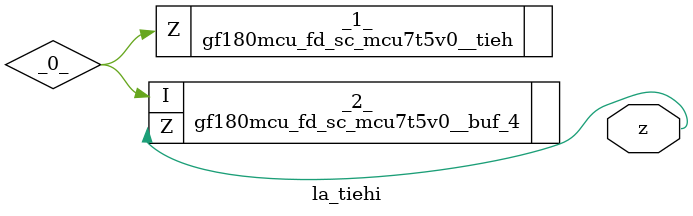
<source format=v>
/* Generated by Yosys 0.37 (git sha1 a5c7f69ed, clang 14.0.0-1ubuntu1.1 -fPIC -Os) */

module la_tiehi(z);
  wire _0_;
  output z;
  wire z;
  gf180mcu_fd_sc_mcu7t5v0__tieh _1_ (
    .Z(_0_)
  );
  gf180mcu_fd_sc_mcu7t5v0__buf_4 _2_ (
    .I(_0_),
    .Z(z)
  );
endmodule

</source>
